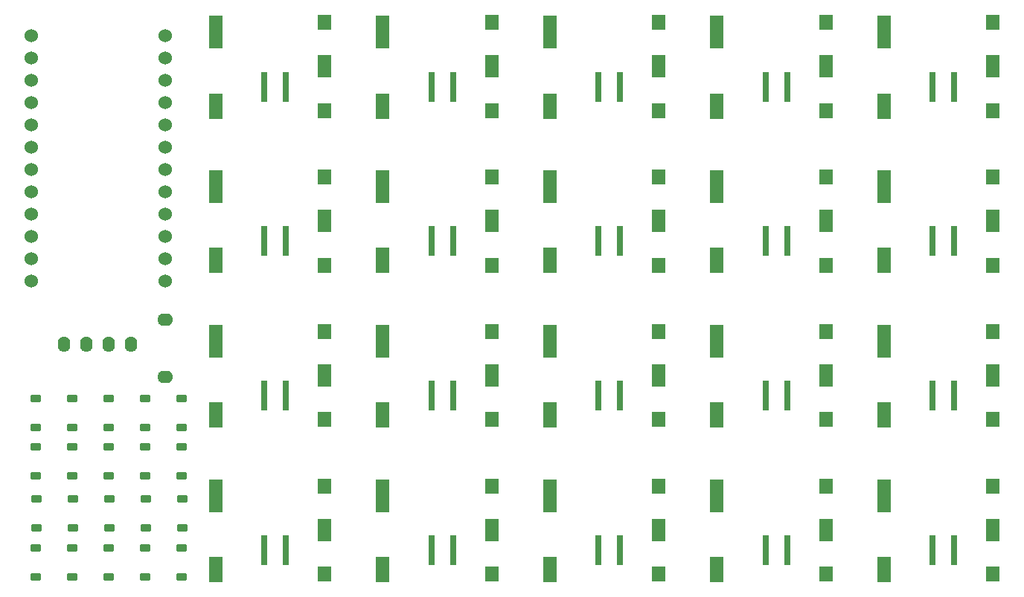
<source format=gbr>
%TF.GenerationSoftware,KiCad,Pcbnew,9.0.5*%
%TF.CreationDate,2025-10-15T11:26:38+02:00*%
%TF.ProjectId,numpad,6e756d70-6164-42e6-9b69-6361645f7063,rev?*%
%TF.SameCoordinates,Original*%
%TF.FileFunction,Paste,Top*%
%TF.FilePolarity,Positive*%
%FSLAX46Y46*%
G04 Gerber Fmt 4.6, Leading zero omitted, Abs format (unit mm)*
G04 Created by KiCad (PCBNEW 9.0.5) date 2025-10-15 11:26:38*
%MOMM*%
%LPD*%
G01*
G04 APERTURE LIST*
G04 Aperture macros list*
%AMRoundRect*
0 Rectangle with rounded corners*
0 $1 Rounding radius*
0 $2 $3 $4 $5 $6 $7 $8 $9 X,Y pos of 4 corners*
0 Add a 4 corners polygon primitive as box body*
4,1,4,$2,$3,$4,$5,$6,$7,$8,$9,$2,$3,0*
0 Add four circle primitives for the rounded corners*
1,1,$1+$1,$2,$3*
1,1,$1+$1,$4,$5*
1,1,$1+$1,$6,$7*
1,1,$1+$1,$8,$9*
0 Add four rect primitives between the rounded corners*
20,1,$1+$1,$2,$3,$4,$5,0*
20,1,$1+$1,$4,$5,$6,$7,0*
20,1,$1+$1,$6,$7,$8,$9,0*
20,1,$1+$1,$8,$9,$2,$3,0*%
G04 Aperture macros list end*
%ADD10RoundRect,0.225000X0.375000X-0.225000X0.375000X0.225000X-0.375000X0.225000X-0.375000X-0.225000X0*%
%ADD11R,0.700000X3.400000*%
%ADD12R,1.600000X3.800000*%
%ADD13R,1.600000X3.000000*%
%ADD14R,1.600000X1.800000*%
%ADD15R,1.600000X2.600000*%
%ADD16O,1.778000X1.397000*%
%ADD17C,1.524000*%
%ADD18O,1.397000X1.778000*%
G04 APERTURE END LIST*
D10*
%TO.C,D9*%
X43950000Y-83500000D03*
X43950000Y-80200000D03*
%TD*%
%TO.C,D8*%
X39800000Y-83500000D03*
X39800000Y-80200000D03*
%TD*%
D11*
%TO.C,SW17*%
X76550000Y-92000000D03*
X79000000Y-92000000D03*
D12*
X71000000Y-85800000D03*
D13*
X71000000Y-94200000D03*
D14*
X83400000Y-84675000D03*
D15*
X83400000Y-89700000D03*
D14*
X83400000Y-94725000D03*
%TD*%
D10*
%TO.C,D14*%
X44050000Y-89440000D03*
X44050000Y-86140000D03*
%TD*%
D11*
%TO.C,SW15*%
X133550000Y-74400000D03*
X136000000Y-74400000D03*
D12*
X128000000Y-68200000D03*
D13*
X128000000Y-76600000D03*
D14*
X140400000Y-67075000D03*
D15*
X140400000Y-72100000D03*
D14*
X140400000Y-77125000D03*
%TD*%
D11*
%TO.C,SW14*%
X114550000Y-74400000D03*
X117000000Y-74400000D03*
D12*
X109000000Y-68200000D03*
D13*
X109000000Y-76600000D03*
D14*
X121400000Y-67075000D03*
D15*
X121400000Y-72100000D03*
D14*
X121400000Y-77125000D03*
%TD*%
D11*
%TO.C,SW2*%
X76550000Y-39200000D03*
X79000000Y-39200000D03*
D12*
X71000000Y-33000000D03*
D13*
X71000000Y-41400000D03*
D14*
X83400000Y-31875000D03*
D15*
X83400000Y-36900000D03*
D14*
X83400000Y-41925000D03*
%TD*%
D10*
%TO.C,D13*%
X39900000Y-89440000D03*
X39900000Y-86140000D03*
%TD*%
D11*
%TO.C,SW9*%
X114550000Y-56800000D03*
X117000000Y-56800000D03*
D12*
X109000000Y-50600000D03*
D13*
X109000000Y-59000000D03*
D14*
X121400000Y-49475000D03*
D15*
X121400000Y-54500000D03*
D14*
X121400000Y-59525000D03*
%TD*%
D16*
%TO.C,RSW1*%
X46212000Y-72261000D03*
X46212000Y-65761000D03*
%TD*%
D11*
%TO.C,SW5*%
X133550000Y-39200000D03*
X136000000Y-39200000D03*
D12*
X128000000Y-33000000D03*
D13*
X128000000Y-41400000D03*
D14*
X140400000Y-31875000D03*
D15*
X140400000Y-36900000D03*
D14*
X140400000Y-41925000D03*
%TD*%
D10*
%TO.C,D20*%
X48100000Y-95000000D03*
X48100000Y-91700000D03*
%TD*%
%TO.C,D17*%
X35650000Y-95000000D03*
X35650000Y-91700000D03*
%TD*%
%TO.C,D7*%
X35650000Y-83500000D03*
X35650000Y-80200000D03*
%TD*%
D11*
%TO.C,SW6*%
X57550000Y-56800000D03*
X60000000Y-56800000D03*
D12*
X52000000Y-50600000D03*
D13*
X52000000Y-59000000D03*
D14*
X64400000Y-49475000D03*
D15*
X64400000Y-54500000D03*
D14*
X64400000Y-59525000D03*
%TD*%
D10*
%TO.C,D1*%
X31500000Y-78000000D03*
X31500000Y-74700000D03*
%TD*%
D11*
%TO.C,SW13*%
X95550000Y-74400000D03*
X98000000Y-74400000D03*
D12*
X90000000Y-68200000D03*
D13*
X90000000Y-76600000D03*
D14*
X102400000Y-67075000D03*
D15*
X102400000Y-72100000D03*
D14*
X102400000Y-77125000D03*
%TD*%
D11*
%TO.C,SW4*%
X114550000Y-39200000D03*
X117000000Y-39200000D03*
D12*
X109000000Y-33000000D03*
D13*
X109000000Y-41400000D03*
D14*
X121400000Y-31875000D03*
D15*
X121400000Y-36900000D03*
D14*
X121400000Y-41925000D03*
%TD*%
D11*
%TO.C,SW19*%
X114550000Y-92000000D03*
X117000000Y-92000000D03*
D12*
X109000000Y-85800000D03*
D13*
X109000000Y-94200000D03*
D14*
X121400000Y-84675000D03*
D15*
X121400000Y-89700000D03*
D14*
X121400000Y-94725000D03*
%TD*%
D10*
%TO.C,D10*%
X48100000Y-83500000D03*
X48100000Y-80200000D03*
%TD*%
%TO.C,D12*%
X35750000Y-89440000D03*
X35750000Y-86140000D03*
%TD*%
D11*
%TO.C,SW10*%
X133550000Y-56800000D03*
X136000000Y-56800000D03*
D12*
X128000000Y-50600000D03*
D13*
X128000000Y-59000000D03*
D14*
X140400000Y-49475000D03*
D15*
X140400000Y-54500000D03*
D14*
X140400000Y-59525000D03*
%TD*%
D10*
%TO.C,D4*%
X43950000Y-78000000D03*
X43950000Y-74700000D03*
%TD*%
%TO.C,D15*%
X48200000Y-89440000D03*
X48200000Y-86140000D03*
%TD*%
D11*
%TO.C,SW3*%
X95550000Y-39200000D03*
X98000000Y-39200000D03*
D12*
X90000000Y-33000000D03*
D13*
X90000000Y-41400000D03*
D14*
X102400000Y-31875000D03*
D15*
X102400000Y-36900000D03*
D14*
X102400000Y-41925000D03*
%TD*%
D10*
%TO.C,D6*%
X31500000Y-83500000D03*
X31500000Y-80200000D03*
%TD*%
D11*
%TO.C,SW7*%
X76550000Y-56800000D03*
X79000000Y-56800000D03*
D12*
X71000000Y-50600000D03*
D13*
X71000000Y-59000000D03*
D14*
X83400000Y-49475000D03*
D15*
X83400000Y-54500000D03*
D14*
X83400000Y-59525000D03*
%TD*%
D10*
%TO.C,D16*%
X31500000Y-95000000D03*
X31500000Y-91700000D03*
%TD*%
D11*
%TO.C,SW8*%
X95550000Y-56800000D03*
X98000000Y-56800000D03*
D12*
X90000000Y-50600000D03*
D13*
X90000000Y-59000000D03*
D14*
X102400000Y-49475000D03*
D15*
X102400000Y-54500000D03*
D14*
X102400000Y-59525000D03*
%TD*%
D17*
%TO.C,U1*%
X46211400Y-33422000D03*
X46211400Y-35962000D03*
X46211400Y-38502000D03*
X46211400Y-41042000D03*
X46211400Y-43582000D03*
X46211400Y-46122000D03*
X46211400Y-48662000D03*
X46211400Y-51202000D03*
X46211400Y-53742000D03*
X46211400Y-56282000D03*
X46211400Y-58822000D03*
X46211400Y-61362000D03*
X30991400Y-61362000D03*
X30991400Y-58822000D03*
X30991400Y-56282000D03*
X30991400Y-53742000D03*
X30991400Y-51202000D03*
X30991400Y-48662000D03*
X30991400Y-46122000D03*
X30991400Y-43582000D03*
X30991400Y-41042000D03*
X30991400Y-38502000D03*
X30991400Y-35962000D03*
X30991400Y-33422000D03*
%TD*%
D11*
%TO.C,SW16*%
X57550000Y-92000000D03*
X60000000Y-92000000D03*
D12*
X52000000Y-85800000D03*
D13*
X52000000Y-94200000D03*
D14*
X64400000Y-84675000D03*
D15*
X64400000Y-89700000D03*
D14*
X64400000Y-94725000D03*
%TD*%
D10*
%TO.C,D18*%
X39800000Y-95000000D03*
X39800000Y-91700000D03*
%TD*%
D11*
%TO.C,SW12*%
X76550000Y-74400000D03*
X79000000Y-74400000D03*
D12*
X71000000Y-68200000D03*
D13*
X71000000Y-76600000D03*
D14*
X83400000Y-67075000D03*
D15*
X83400000Y-72100000D03*
D14*
X83400000Y-77125000D03*
%TD*%
D10*
%TO.C,D11*%
X31600000Y-89440000D03*
X31600000Y-86140000D03*
%TD*%
D11*
%TO.C,SW20*%
X133550000Y-92000000D03*
X136000000Y-92000000D03*
D12*
X128000000Y-85800000D03*
D13*
X128000000Y-94200000D03*
D14*
X140400000Y-84675000D03*
D15*
X140400000Y-89700000D03*
D14*
X140400000Y-94725000D03*
%TD*%
D11*
%TO.C,SW11*%
X57550000Y-74400000D03*
X60000000Y-74400000D03*
D12*
X52000000Y-68200000D03*
D13*
X52000000Y-76600000D03*
D14*
X64400000Y-67075000D03*
D15*
X64400000Y-72100000D03*
D14*
X64400000Y-77125000D03*
%TD*%
D11*
%TO.C,SW1*%
X57550000Y-39200000D03*
X60000000Y-39200000D03*
D12*
X52000000Y-33000000D03*
D13*
X52000000Y-41400000D03*
D14*
X64400000Y-31875000D03*
D15*
X64400000Y-36900000D03*
D14*
X64400000Y-41925000D03*
%TD*%
D10*
%TO.C,D5*%
X48100000Y-78000000D03*
X48100000Y-74700000D03*
%TD*%
%TO.C,D3*%
X39800000Y-78000000D03*
X39800000Y-74700000D03*
%TD*%
%TO.C,D2*%
X35650000Y-78000000D03*
X35650000Y-74700000D03*
%TD*%
D11*
%TO.C,SW18*%
X95550000Y-92000000D03*
X98000000Y-92000000D03*
D12*
X90000000Y-85800000D03*
D13*
X90000000Y-94200000D03*
D14*
X102400000Y-84675000D03*
D15*
X102400000Y-89700000D03*
D14*
X102400000Y-94725000D03*
%TD*%
D18*
%TO.C,OLED*%
X34736000Y-68508000D03*
X37276000Y-68508000D03*
X39816000Y-68508000D03*
X42356000Y-68508000D03*
%TD*%
D10*
%TO.C,D19*%
X43950000Y-95000000D03*
X43950000Y-91700000D03*
%TD*%
M02*

</source>
